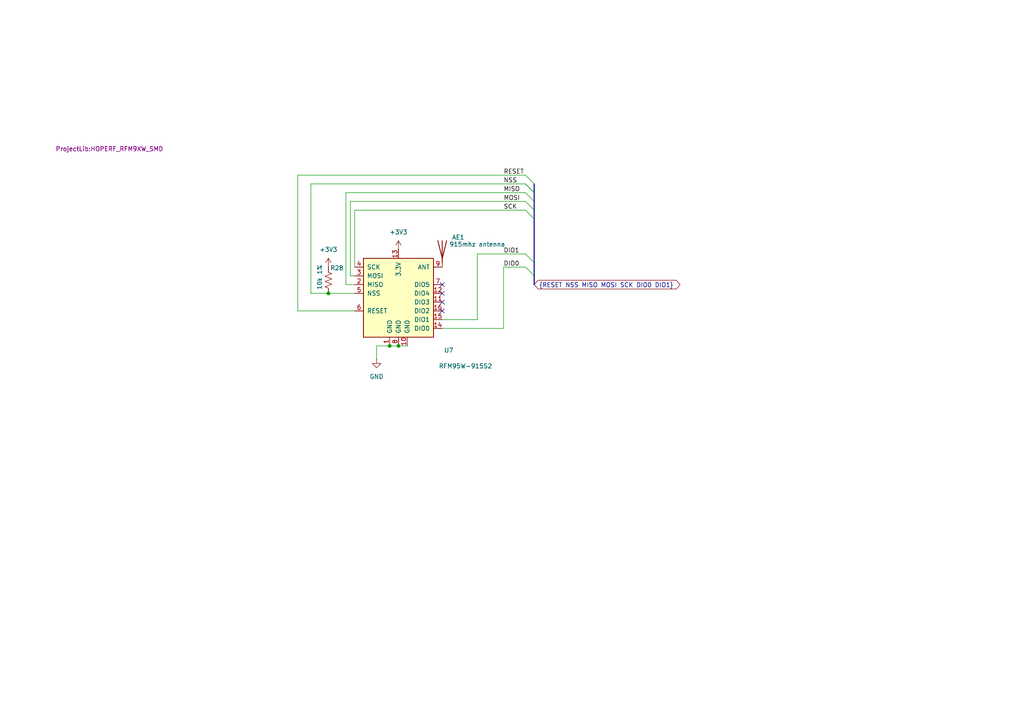
<source format=kicad_sch>
(kicad_sch (version 20250114) (generator "eeschema") (generator_version "9.0")
  (paper "A4")
  (title_block (title "ADCs for 10K thermistors") (date "2025-01-07") (rev "v0.1.1"))
  (lib_symbols
    (symbol "Device:Antenna" (pin_numbers (hide yes)) (pin_names (offset 1.016) (hide yes))
      (property "Reference" "AE" (at -1.905 1.905 0))
      (property "Value" "Antenna" (at -1.905 0 0))
      (symbol "Antenna_0_1"
        (polyline (pts (xy 0 2.54) (xy 0 -3.81)) (stroke (width 0.254)))
        (polyline (pts (xy 1.27 2.54) (xy 0 -2.54) (xy -1.27 2.54)) (stroke (width 0.254)))
      )
      (symbol "Antenna_1_1"
        (pin input line (at 0 -5.08 90) (length 2.54) (name "A") (number "1"))
      )
    )
    (symbol "Device:R_US" (pin_numbers (hide yes)) (pin_names (offset 0))
      (property "Reference" "R" (at 2.54 0 90))
      (property "Value" "R_US" (at -2.54 0 90))
      (symbol "R_US_0_1"
        (polyline (pts (xy 0 2.286) (xy 0 2.54)))
        (polyline (pts (xy 0 2.286) (xy 1.016 1.905) (xy 0 1.524) (xy -1.016 1.143) (xy 0 0.762)))
        (polyline (pts (xy 0 0.762) (xy 1.016 0.381) (xy 0 0) (xy -1.016 -0.381) (xy 0 -0.762)))
        (polyline (pts (xy 0 -0.762) (xy 1.016 -1.143) (xy 0 -1.524) (xy -1.016 -1.905) (xy 0 -2.286)))
        (polyline (pts (xy 0 -2.286) (xy 0 -2.54)))
      )
      (symbol "R_US_1_1"
        (pin passive line (at 0 3.81 270) (length 1.27) (name "~") (number "1"))
        (pin passive line (at 0 -3.81 90) (length 1.27) (name "~") (number "2"))
      )
    )
    (symbol "ProjectLib:RFM95W-915S2" (pin_names (offset 1.016))
      (property "Reference" "U" (at -10.414 11.684 0))
      (property "Value" "RFM95W-915S2" (at 1.524 11.43 0))
      (symbol "RFM95W-915S2_0_1"
        (rectangle (start -10.16 10.16) (end 10.16 -12.7) (stroke (width 0.254)) (fill (type background)))
      )
      (symbol "RFM95W-915S2_1_1"
        (pin input line (at -12.7 7.62 0) (length 2.54) (name "SCK") (number "4"))
        (pin input line (at -12.7 5.08 0) (length 2.54) (name "MOSI") (number "3"))
        (pin output line (at -12.7 2.54 0) (length 2.54) (name "MISO") (number "2"))
        (pin input line (at -12.7 0 0) (length 2.54) (name "NSS") (number "5"))
        (pin bidirectional line (at -12.7 -5.08 0) (length 2.54) (name "RESET") (number "6"))
        (pin power_in line (at -2.54 -15.24 90) (length 2.54) (name "GND") (number "1"))
        (pin power_in line (at 0 12.7 270) (length 2.54) (name "3.3V") (number "13"))
        (pin power_in line (at 0 -15.24 90) (length 2.54) (name "GND") (number "8"))
        (pin power_in line (at 2.54 -15.24 90) (length 2.54) (name "GND") (number "10"))
        (pin bidirectional line (at 12.7 7.62 180) (length 2.54) (name "ANT") (number "9"))
        (pin bidirectional line (at 12.7 2.54 180) (length 2.54) (name "DIO5") (number "7"))
        (pin bidirectional line (at 12.7 0 180) (length 2.54) (name "DIO4") (number "12"))
        (pin bidirectional line (at 12.7 -2.54 180) (length 2.54) (name "DIO3") (number "11"))
        (pin bidirectional line (at 12.7 -5.08 180) (length 2.54) (name "DIO2") (number "16"))
        (pin bidirectional line (at 12.7 -7.62 180) (length 2.54) (name "DIO1") (number "15"))
        (pin bidirectional line (at 12.7 -10.16 180) (length 2.54) (name "DIO0") (number "14"))
      )
    )
    (symbol "power:+3V3" (power) (pin_numbers (hide yes)) (pin_names (offset 0) (hide yes))
      (property "Value" "+3V3" (at 0 3.556 0))
      (symbol "+3V3_0_1"
        (polyline (pts (xy -0.762 1.27) (xy 0 2.54)))
        (polyline (pts (xy 0 2.54) (xy 0.762 1.27)))
        (polyline (pts (xy 0 0) (xy 0 2.54)))
      )
      (symbol "+3V3_1_1"
        (pin power_in line (at 0 0 90) (length 0) (name "~") (number "1"))
      )
    )
    (symbol "power:GND" (power) (pin_numbers (hide yes)) (pin_names (offset 0) (hide yes))
      (property "Value" "GND" (at 0 -3.81 0))
      (symbol "GND_0_1"
        (polyline (pts (xy 0 0) (xy 0 -1.27) (xy 1.27 -1.27) (xy 0 -2.54) (xy -1.27 -1.27) (xy 0 -1.27)))
      )
      (symbol "GND_1_1"
        (pin power_in line (at 0 0 270) (length 0) (name "~") (number "1"))
      )
    )
  )
  (bus_alias "SPI" (members "NSS" "MISO" "MOSI" "SCK" "DI[05..00]"))
  (junction (at 113.03 100.33))
  (junction (at 115.57 100.33))
  (junction (at 95.25 85.09))
  (no_connect (at 128.27 87.63))
  (no_connect (at 128.27 90.17))
  (no_connect (at 128.27 85.09))
  (no_connect (at 128.27 82.55))
  (bus_entry (at 154.94 58.42) (size -2.54 -2.54))
  (bus_entry (at 154.94 80.01) (size -2.54 -2.54))
  (bus_entry (at 154.94 53.34) (size -2.54 -2.54))
  (bus_entry (at 154.94 76.2) (size -2.54 -2.54))
  (bus_entry (at 154.94 63.5) (size -2.54 -2.54))
  (bus_entry (at 154.94 55.88) (size -2.54 -2.54))
  (bus_entry (at 154.94 60.96) (size -2.54 -2.54))
  (bus (pts (xy 154.94 53.34) (xy 154.94 55.88)))
  (wire (pts (xy 146.05 77.47) (xy 146.05 95.25)))
  (wire (pts (xy 100.33 82.55) (xy 100.33 55.88)))
  (wire (pts (xy 128.27 92.71) (xy 138.43 92.71)))
  (wire (pts (xy 152.4 77.47) (xy 146.05 77.47)))
  (wire (pts (xy 152.4 53.34) (xy 154.94 55.88)))
  (wire (pts (xy 101.6 80.01) (xy 101.6 58.42)))
  (bus (pts (xy 154.94 60.96) (xy 154.94 63.5)))
  (bus (pts (xy 154.94 58.42) (xy 154.94 60.96)))
  (wire (pts (xy 86.36 90.17) (xy 102.87 90.17)))
  (wire (pts (xy 102.87 77.47) (xy 102.87 60.96)))
  (wire (pts (xy 113.03 100.33) (xy 109.22 100.33)))
  (bus (pts (xy 154.94 55.88) (xy 154.94 58.42)))
  (wire (pts (xy 102.87 82.55) (xy 100.33 82.55)))
  (wire (pts (xy 109.22 100.33) (xy 109.22 104.14)))
  (wire (pts (xy 90.17 85.09) (xy 90.17 53.34)))
  (wire (pts (xy 138.43 73.66) (xy 138.43 92.71)))
  (wire (pts (xy 113.03 100.33) (xy 115.57 100.33)))
  (wire (pts (xy 100.33 55.88) (xy 152.4 55.88)))
  (bus (pts (xy 154.94 76.2) (xy 154.94 80.01)))
  (wire (pts (xy 101.6 58.42) (xy 152.4 58.42)))
  (wire (pts (xy 86.36 90.17) (xy 86.36 50.8)))
  (wire (pts (xy 102.87 60.96) (xy 152.4 60.96)))
  (wire (pts (xy 128.27 95.25) (xy 146.05 95.25)))
  (wire (pts (xy 102.87 80.01) (xy 101.6 80.01)))
  (wire (pts (xy 86.36 50.8) (xy 152.4 50.8)))
  (wire (pts (xy 138.43 73.66) (xy 152.4 73.66)))
  (bus (pts (xy 154.94 80.01) (xy 154.94 82.55)))
  (wire (pts (xy 95.25 85.09) (xy 102.87 85.09)))
  (wire (pts (xy 90.17 85.09) (xy 95.25 85.09)))
  (bus (pts (xy 154.94 63.5) (xy 154.94 76.2)))
  (wire (pts (xy 115.57 100.33) (xy 118.11 100.33)))
  (wire (pts (xy 90.17 53.34) (xy 152.4 53.34)))
  (label "MISO" (at 146.05 55.88 0))
  (label "MOSI" (at 146.05 58.42 0))
  (label "RESET" (at 146.05 50.8 0))
  (label "DIO0" (at 146.05 77.47 0))
  (label "SCK" (at 146.05 60.96 0))
  (label "DIO1" (at 146.05 73.66 0))
  (label "NSS" (at 146.05 53.34 0))
  (global_label "{RESET NSS MISO MOSI SCK DIO0 DIO1}" (shape bidirectional) (at 154.94 82.55 0) (property "Intersheetrefs" "${INTERSHEET_REFS}" (effects (hide yes))))
  (symbol (lib_id "Device:Antenna") (at 128.27 72.39 0) (unit 1)
    (property "Reference" "AE1" (at 131.064 68.834 0) (effects (justify left)))
    (property "Value" "915mhz antenna" (at 130.302 70.866 0) (effects (justify left)))
    (property "Description" "Antenna" (effects (hide yes)))
    (property "Manufacturer" "UTC" (effects (hide yes)))
    (property "MfgPart" "AA066" (effects (hide yes)))
    (property "MountType" "SMT" (effects (hide yes)))
    (property "Notes" "or equivalent" (effects (hide yes)))
  )
  (symbol (lib_id "Device:R_US") (at 95.25 81.28 0) (unit 1)
    (property "Reference" "R28" (at 95.758 77.724 0) (effects (justify left)))
    (property "Value" "10k 1%" (at 92.71 84.074 90) (effects (justify left)))
    (property "Footprint" "ProjectLib:R_0201_0603Metric" (effects (hide yes)))
    (property "Description" "Resistor, US symbol" (effects (hide yes)))
    (property "MountType" "SMT" (effects (hide yes)))
  )
  (symbol (lib_id "power:+3V3") (at 95.25 77.47 0) (unit 1)
    (property "Reference" "#PWR0102" (effects (hide yes)))
    (property "Value" "+3V3" (at 95.25 72.39 0))
    (property "Description" "Power symbol creates a global label with name \"+3V3\"" (effects (hide yes)))
  )
  (symbol (lib_id "power:GND") (at 109.22 104.14 0) (unit 1)
    (property "Reference" "#PWR0103" (effects (hide yes)))
    (property "Value" "GND" (at 109.22 109.22 0))
    (property "Description" "Power symbol creates a global label with name \"GND\" , ground" (effects (hide yes)))
  )
  (symbol (lib_id "power:+3V3") (at 115.57 72.39 0) (unit 1)
    (property "Reference" "#PWR0101" (effects (hide yes)))
    (property "Value" "+3V3" (at 115.57 67.31 0))
    (property "Description" "Power symbol creates a global label with name \"+3V3\"" (effects (hide yes)))
  )
  (symbol (lib_id "ProjectLib:RFM95W-915S2") (at 115.57 85.09 0) (unit 1)
    (property "Reference" "U7" (at 128.778 101.6 0) (effects (justify left)))
    (property "Value" "RFM95W-915S2" (at 127.254 106.172 0) (effects (justify left)))
    (property "Footprint" "ProjectLib:HOPERF_RFM9XW_SMD" (at 31.75 43.18 0))
    (property "Datasheet" "https://www.hoperf.com/data/upload/portal/20181127/5bfcbea20e9ef.pdf" (effects (hide yes)))
    (property "Description" "Low power long range transceiver module, SPI and parallel interface, 915 MHz, spreading factor 6 to12, bandwidth 7.8 to 500kHz, -111 to -148 dBm, SMD-16, DIP-16" (effects (hide yes)))
    (property "MountType" "SMT" (effects (hide yes)))
    (property "Notes" "or equivalent" (effects (hide yes)))
    (property "Manufacturer" "HopeRF" (effects (hide yes)))
    (property "MfgPart" "RFM95W-915S2" (effects (hide yes)))
  )
)
</source>
